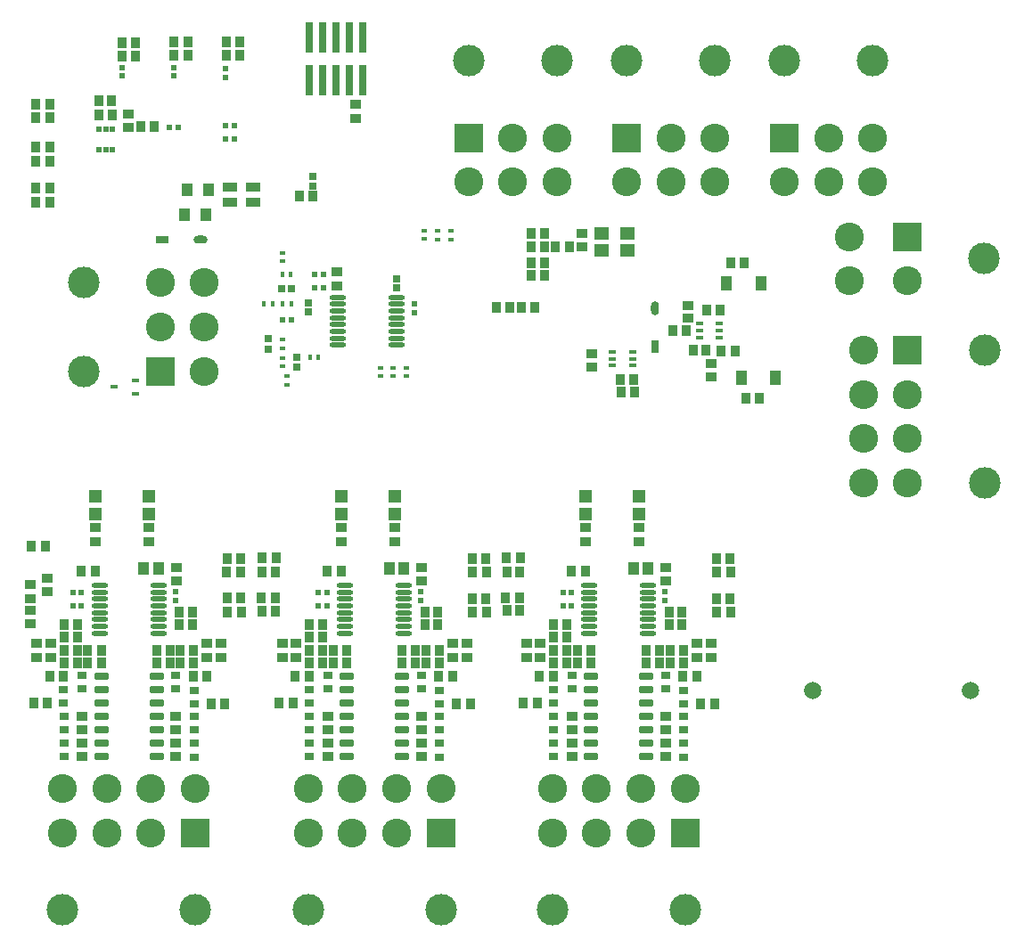
<source format=gbs>
G04*
G04 #@! TF.GenerationSoftware,Altium Limited,Altium Designer,24.4.1 (13)*
G04*
G04 Layer_Color=16711935*
%FSLAX44Y44*%
%MOMM*%
G71*
G04*
G04 #@! TF.SameCoordinates,D7575A33-01EC-4171-9A11-0C774D8D2981*
G04*
G04*
G04 #@! TF.FilePolarity,Negative*
G04*
G01*
G75*
%ADD25R,0.5200X0.5200*%
%ADD27R,0.5200X0.5200*%
%ADD45R,0.8000X0.4000*%
%ADD56R,1.1000X0.9500*%
%ADD57R,0.7000X0.7000*%
%ADD58R,0.9000X1.0000*%
%ADD59R,0.8500X1.0000*%
%ADD60C,2.7500*%
%ADD61R,2.7500X2.7500*%
%ADD62C,3.0000*%
%ADD63R,0.8000X2.9200*%
%ADD64R,2.7500X2.7500*%
%ADD65C,1.6580*%
%ADD66C,2.7534*%
%ADD67R,2.7534X2.7534*%
%ADD68C,2.9972*%
%ADD82R,0.4000X0.5000*%
%ADD85R,0.7000X0.4200*%
%ADD88R,1.3082X0.7621*%
G04:AMPARAMS|DCode=89|XSize=1.3082mm|YSize=0.7621mm|CornerRadius=0.3811mm|HoleSize=0mm|Usage=FLASHONLY|Rotation=0.000|XOffset=0mm|YOffset=0mm|HoleType=Round|Shape=RoundedRectangle|*
%AMROUNDEDRECTD89*
21,1,1.3082,0.0000,0,0,0.0*
21,1,0.5461,0.7621,0,0,0.0*
1,1,0.7621,0.2730,0.0000*
1,1,0.7621,-0.2730,0.0000*
1,1,0.7621,-0.2730,0.0000*
1,1,0.7621,0.2730,0.0000*
%
%ADD89ROUNDEDRECTD89*%
%ADD90R,1.3500X0.9500*%
%ADD91R,1.0000X1.2500*%
%ADD92R,0.5000X0.4000*%
%ADD93R,0.6725X0.7154*%
%ADD94R,0.7154X0.6725*%
%ADD95R,1.4562X1.2546*%
%ADD97R,0.8621X0.7565*%
G04:AMPARAMS|DCode=99|XSize=1.3082mm|YSize=0.7621mm|CornerRadius=0.3811mm|HoleSize=0mm|Usage=FLASHONLY|Rotation=90.000|XOffset=0mm|YOffset=0mm|HoleType=Round|Shape=RoundedRectangle|*
%AMROUNDEDRECTD99*
21,1,1.3082,0.0000,0,0,90.0*
21,1,0.5461,0.7621,0,0,90.0*
1,1,0.7621,0.0000,0.2730*
1,1,0.7621,0.0000,-0.2730*
1,1,0.7621,0.0000,-0.2730*
1,1,0.7621,0.0000,0.2730*
%
%ADD99ROUNDEDRECTD99*%
%ADD100R,0.7621X1.3082*%
%ADD102R,0.5000X0.6000*%
%ADD103R,1.0000X0.9000*%
%ADD104R,0.9500X1.1000*%
%ADD105R,1.0000X0.8500*%
%ADD106O,1.5500X0.5000*%
%ADD107R,1.2000X1.3000*%
%ADD108R,1.1000X1.2000*%
G04:AMPARAMS|DCode=109|XSize=0.7mm|YSize=1.4mm|CornerRadius=0.1245mm|HoleSize=0mm|Usage=FLASHONLY|Rotation=90.000|XOffset=0mm|YOffset=0mm|HoleType=Round|Shape=RoundedRectangle|*
%AMROUNDEDRECTD109*
21,1,0.7000,1.1510,0,0,90.0*
21,1,0.4510,1.4000,0,0,90.0*
1,1,0.2490,0.5755,0.2255*
1,1,0.2490,0.5755,-0.2255*
1,1,0.2490,-0.5755,-0.2255*
1,1,0.2490,-0.5755,0.2255*
%
%ADD109ROUNDEDRECTD109*%
%ADD110R,1.0600X1.3700*%
D25*
X292000Y662500D02*
D03*
X300000D02*
D03*
X207448Y803751D02*
D03*
X215448D02*
D03*
X207448Y816501D02*
D03*
X215448D02*
D03*
X161948Y815001D02*
D03*
X153948D02*
D03*
X535500Y373250D02*
D03*
X527500D02*
D03*
X303500Y360500D02*
D03*
X295500D02*
D03*
X303500Y373250D02*
D03*
X295500D02*
D03*
X70250Y373250D02*
D03*
X62250D02*
D03*
X70250Y360500D02*
D03*
X62250D02*
D03*
X269350Y632000D02*
D03*
X261350D02*
D03*
X535500Y360500D02*
D03*
X527500D02*
D03*
X300000Y675250D02*
D03*
X292000D02*
D03*
D27*
X158250Y863750D02*
D03*
Y871750D02*
D03*
X108750Y863750D02*
D03*
Y871750D02*
D03*
X392500Y373500D02*
D03*
Y365500D02*
D03*
X159250Y373500D02*
D03*
Y365500D02*
D03*
X386500Y639000D02*
D03*
Y647000D02*
D03*
X207448Y870500D02*
D03*
Y862500D02*
D03*
X624500Y373500D02*
D03*
Y365500D02*
D03*
D45*
X593750Y588500D02*
D03*
Y595000D02*
D03*
Y601500D02*
D03*
X574750D02*
D03*
Y595000D02*
D03*
Y588500D02*
D03*
X657250Y615250D02*
D03*
Y621750D02*
D03*
Y628250D02*
D03*
X676250D02*
D03*
Y621750D02*
D03*
Y615250D02*
D03*
D56*
X21500Y380500D02*
D03*
Y367000D02*
D03*
X312750Y677900D02*
D03*
Y664400D02*
D03*
X274250Y310750D02*
D03*
Y324250D02*
D03*
X261000Y310750D02*
D03*
Y324250D02*
D03*
X436087Y310750D02*
D03*
Y324250D02*
D03*
X422837Y310750D02*
D03*
Y324250D02*
D03*
X189587Y310750D02*
D03*
Y324250D02*
D03*
X202837Y310750D02*
D03*
Y324250D02*
D03*
X27750Y310750D02*
D03*
Y324250D02*
D03*
X41000Y310750D02*
D03*
Y324250D02*
D03*
X654837Y310750D02*
D03*
Y324250D02*
D03*
X668087Y310750D02*
D03*
Y324250D02*
D03*
X493000Y310750D02*
D03*
Y324250D02*
D03*
X506250Y310750D02*
D03*
Y324250D02*
D03*
D57*
X285850Y648250D02*
D03*
Y639250D02*
D03*
X369500Y662250D02*
D03*
Y671250D02*
D03*
X290000Y759250D02*
D03*
Y768250D02*
D03*
D58*
X595750Y563000D02*
D03*
X582750D02*
D03*
X497500Y686500D02*
D03*
X510500D02*
D03*
X497500Y713750D02*
D03*
X510500D02*
D03*
X533500Y701250D02*
D03*
X520500D02*
D03*
X501000Y644000D02*
D03*
X488000D02*
D03*
X464500D02*
D03*
X477500D02*
D03*
X277250Y750000D02*
D03*
X290250D02*
D03*
X171250Y883750D02*
D03*
X158250D02*
D03*
X158250Y896250D02*
D03*
X171250D02*
D03*
X273250Y293100D02*
D03*
X286250D02*
D03*
X322250Y306100D02*
D03*
X309250D02*
D03*
X258000Y267850D02*
D03*
X271000D02*
D03*
X322250Y318100D02*
D03*
X309250D02*
D03*
X374750Y318000D02*
D03*
X387750D02*
D03*
X422750Y292850D02*
D03*
X409750D02*
D03*
X374750Y306000D02*
D03*
X387750D02*
D03*
X439500Y266850D02*
D03*
X426500D02*
D03*
X206250Y266850D02*
D03*
X193250D02*
D03*
X141500Y306000D02*
D03*
X154500D02*
D03*
X189500Y292850D02*
D03*
X176500D02*
D03*
X141500Y318000D02*
D03*
X154500D02*
D03*
X89000Y318100D02*
D03*
X76000D02*
D03*
X24750Y267850D02*
D03*
X37750D02*
D03*
X89000Y306100D02*
D03*
X76000D02*
D03*
X40000Y293100D02*
D03*
X53000D02*
D03*
X207500Y896250D02*
D03*
X220500D02*
D03*
X86750Y826750D02*
D03*
X99750D02*
D03*
X220500Y883700D02*
D03*
X207500D02*
D03*
X108750Y882853D02*
D03*
X121750D02*
D03*
X671500Y266850D02*
D03*
X658500D02*
D03*
X606750Y306000D02*
D03*
X619750D02*
D03*
X654750Y292850D02*
D03*
X641750D02*
D03*
X606750Y318000D02*
D03*
X619750D02*
D03*
X554250Y318100D02*
D03*
X541250D02*
D03*
X490000Y267850D02*
D03*
X503000D02*
D03*
X554250Y306100D02*
D03*
X541250D02*
D03*
X505251Y293100D02*
D03*
X518250D02*
D03*
X632000Y621750D02*
D03*
X645000D02*
D03*
X678000Y602500D02*
D03*
X691000D02*
D03*
X664000Y641250D02*
D03*
X677000D02*
D03*
X701250Y557500D02*
D03*
X714250D02*
D03*
X687000Y686500D02*
D03*
X700000D02*
D03*
X40000Y824000D02*
D03*
X27000D02*
D03*
D59*
X139250Y815750D02*
D03*
X126750D02*
D03*
X99000Y840000D02*
D03*
X86500D02*
D03*
X208500Y405250D02*
D03*
X221000D02*
D03*
X595000Y575500D02*
D03*
X582500D02*
D03*
X497750Y701250D02*
D03*
X510250D02*
D03*
X497750Y673962D02*
D03*
X510250D02*
D03*
X299501Y306100D02*
D03*
X287001D02*
D03*
X299501Y318100D02*
D03*
X287001D02*
D03*
X397500Y318000D02*
D03*
X410000D02*
D03*
X397500Y306000D02*
D03*
X410000D02*
D03*
X242000Y392750D02*
D03*
X254500D02*
D03*
X454250Y367000D02*
D03*
X441750D02*
D03*
X396400Y354329D02*
D03*
X408900D02*
D03*
X396400Y342329D02*
D03*
X408900D02*
D03*
X242000Y355000D02*
D03*
X254500D02*
D03*
X454250Y405250D02*
D03*
X441750D02*
D03*
X299501Y330200D02*
D03*
X287001D02*
D03*
X299501Y342200D02*
D03*
X287001D02*
D03*
X66250Y342200D02*
D03*
X53750D02*
D03*
X66250Y330200D02*
D03*
X53750D02*
D03*
X163150Y342330D02*
D03*
X175650D02*
D03*
X163150Y354330D02*
D03*
X175650D02*
D03*
X221000Y367500D02*
D03*
X208500D02*
D03*
X164250Y306000D02*
D03*
X176750D02*
D03*
X164250Y318000D02*
D03*
X176750D02*
D03*
X66250Y318100D02*
D03*
X53750D02*
D03*
X66250Y306100D02*
D03*
X53750D02*
D03*
X121500Y895500D02*
D03*
X109000D02*
D03*
X531500Y342200D02*
D03*
X519001D02*
D03*
X531500Y330200D02*
D03*
X519001D02*
D03*
X686250Y405250D02*
D03*
X673750D02*
D03*
X474250Y355500D02*
D03*
X486750D02*
D03*
X628400Y342330D02*
D03*
X640900D02*
D03*
X628400Y354330D02*
D03*
X640900D02*
D03*
X686250Y367250D02*
D03*
X673750D02*
D03*
X474250Y392750D02*
D03*
X486750D02*
D03*
X629500Y306000D02*
D03*
X642000D02*
D03*
X629500Y318000D02*
D03*
X642000D02*
D03*
X531500Y318100D02*
D03*
X519001D02*
D03*
X531500Y306100D02*
D03*
X519001D02*
D03*
X651250Y603250D02*
D03*
X663750D02*
D03*
D60*
X522000Y763000D02*
D03*
X480000D02*
D03*
X438000D02*
D03*
X522000Y805000D02*
D03*
X480000D02*
D03*
X187000Y667250D02*
D03*
Y625250D02*
D03*
Y583250D02*
D03*
X145000Y667250D02*
D03*
Y625250D02*
D03*
X780000Y805000D02*
D03*
X822000D02*
D03*
X738000Y763000D02*
D03*
X780000D02*
D03*
X822000D02*
D03*
X517500Y186500D02*
D03*
X559500D02*
D03*
X601500D02*
D03*
X643500D02*
D03*
X517500Y144500D02*
D03*
X559500D02*
D03*
X601500D02*
D03*
X813000Y477000D02*
D03*
Y519000D02*
D03*
Y561000D02*
D03*
Y603000D02*
D03*
X855000Y477000D02*
D03*
Y519000D02*
D03*
Y561000D02*
D03*
X52250Y186500D02*
D03*
X94250D02*
D03*
X136250D02*
D03*
X178250D02*
D03*
X52250Y144500D02*
D03*
X94250D02*
D03*
X136250D02*
D03*
X285500Y186500D02*
D03*
X327500D02*
D03*
X369500D02*
D03*
X411500D02*
D03*
X285500Y144500D02*
D03*
X327500D02*
D03*
X369500D02*
D03*
X672000Y763000D02*
D03*
X630000D02*
D03*
X588000D02*
D03*
X672000Y805000D02*
D03*
X630000D02*
D03*
D61*
X438000Y805000D02*
D03*
X738000D02*
D03*
X643500Y144500D02*
D03*
X178250D02*
D03*
X411500Y144500D02*
D03*
X588000Y805000D02*
D03*
D62*
X522000Y878000D02*
D03*
X438000D02*
D03*
X72000Y667250D02*
D03*
Y583250D02*
D03*
X738000Y878000D02*
D03*
X822000D02*
D03*
X517500Y71500D02*
D03*
X643500D02*
D03*
X928000Y477000D02*
D03*
Y603000D02*
D03*
X52250Y71500D02*
D03*
X178250D02*
D03*
X285500Y71500D02*
D03*
X411500D02*
D03*
X672000Y878000D02*
D03*
X588000D02*
D03*
D63*
X286250Y860000D02*
D03*
X298950D02*
D03*
X311650D02*
D03*
X324350D02*
D03*
X337050D02*
D03*
X286250Y900300D02*
D03*
X298950D02*
D03*
X311650D02*
D03*
X324350D02*
D03*
X337050D02*
D03*
D64*
X145000Y583250D02*
D03*
X855000Y603000D02*
D03*
D65*
X765000Y280000D02*
D03*
X915000D02*
D03*
D66*
X799444Y710955D02*
D03*
Y669045D02*
D03*
X854562D02*
D03*
D67*
Y710955D02*
D03*
D68*
X927460Y690000D02*
D03*
D82*
X251747Y647000D02*
D03*
X243748D02*
D03*
X261350Y647000D02*
D03*
X269350D02*
D03*
X295100Y596500D02*
D03*
X287100D02*
D03*
X269059Y675250D02*
D03*
X261059D02*
D03*
D85*
X101500Y568250D02*
D03*
X121500Y561750D02*
D03*
Y574750D02*
D03*
D88*
X146750Y708500D02*
D03*
D89*
X183250D02*
D03*
D90*
X233000Y758500D02*
D03*
Y743500D02*
D03*
X211500Y758500D02*
D03*
Y743500D02*
D03*
D91*
X170750Y755166D02*
D03*
X190750D02*
D03*
X188250Y732167D02*
D03*
X168250D02*
D03*
D92*
X366500Y586250D02*
D03*
Y578250D02*
D03*
X354000Y586250D02*
D03*
Y578250D02*
D03*
X421000Y708250D02*
D03*
Y716250D02*
D03*
X261100Y595500D02*
D03*
Y587500D02*
D03*
X261500Y695750D02*
D03*
Y687750D02*
D03*
X396000Y716750D02*
D03*
Y708750D02*
D03*
X379000Y578250D02*
D03*
Y586250D02*
D03*
X265250Y578250D02*
D03*
Y570250D02*
D03*
X260963Y612959D02*
D03*
Y604959D02*
D03*
X408500Y716250D02*
D03*
Y708250D02*
D03*
D93*
X247350Y604214D02*
D03*
Y613786D02*
D03*
X274600Y586714D02*
D03*
Y596286D02*
D03*
D94*
X260273Y661750D02*
D03*
X269845D02*
D03*
D95*
X564674Y714289D02*
D03*
Y697773D02*
D03*
X589174Y714289D02*
D03*
Y697773D02*
D03*
D97*
X304000Y294109D02*
D03*
Y281092D02*
D03*
X286500Y280858D02*
D03*
Y267841D02*
D03*
X286751Y216841D02*
D03*
Y229858D02*
D03*
Y255358D02*
D03*
Y242341D02*
D03*
X410500Y216591D02*
D03*
Y229608D02*
D03*
X410501Y255250D02*
D03*
Y242233D02*
D03*
X393000Y294109D02*
D03*
Y281092D02*
D03*
X410501Y279859D02*
D03*
Y266842D02*
D03*
X177250Y279858D02*
D03*
Y266841D02*
D03*
X159750Y294109D02*
D03*
Y281091D02*
D03*
X177250Y255250D02*
D03*
Y242233D02*
D03*
Y216591D02*
D03*
Y229608D02*
D03*
X53500Y255359D02*
D03*
Y242341D02*
D03*
Y216842D02*
D03*
Y229858D02*
D03*
X53250Y280859D02*
D03*
Y267842D02*
D03*
X70750Y294109D02*
D03*
Y281091D02*
D03*
X642500Y279859D02*
D03*
Y266842D02*
D03*
X625000Y294109D02*
D03*
Y281092D02*
D03*
X642500Y255250D02*
D03*
Y242233D02*
D03*
Y216591D02*
D03*
Y229608D02*
D03*
X518750Y255359D02*
D03*
Y242341D02*
D03*
Y216842D02*
D03*
Y229859D02*
D03*
X518500Y280859D02*
D03*
Y267842D02*
D03*
X536000Y294109D02*
D03*
Y281092D02*
D03*
D99*
X615000Y642750D02*
D03*
D100*
Y606250D02*
D03*
D102*
X99750Y813000D02*
D03*
X93250D02*
D03*
X86750D02*
D03*
Y793500D02*
D03*
X93250D02*
D03*
X99750D02*
D03*
D103*
X555000Y600000D02*
D03*
Y587000D02*
D03*
X330750Y836500D02*
D03*
Y823500D02*
D03*
X546000Y714250D02*
D03*
Y701250D02*
D03*
X304000Y216849D02*
D03*
Y229850D02*
D03*
Y255350D02*
D03*
Y242349D02*
D03*
X393000Y216849D02*
D03*
Y229850D02*
D03*
X393000Y255250D02*
D03*
Y242250D02*
D03*
X316750Y421250D02*
D03*
Y434250D02*
D03*
X367550Y421250D02*
D03*
Y434250D02*
D03*
X134300Y421250D02*
D03*
Y434250D02*
D03*
X83500Y421250D02*
D03*
Y434250D02*
D03*
X159750Y255250D02*
D03*
Y242250D02*
D03*
Y216850D02*
D03*
Y229850D02*
D03*
X70750Y255350D02*
D03*
Y242350D02*
D03*
Y216850D02*
D03*
Y229850D02*
D03*
X114750Y814750D02*
D03*
Y827750D02*
D03*
X548750Y421250D02*
D03*
Y434250D02*
D03*
X599550Y421250D02*
D03*
Y434250D02*
D03*
X625000Y255250D02*
D03*
Y242250D02*
D03*
Y216850D02*
D03*
Y229850D02*
D03*
X536000Y255350D02*
D03*
Y242350D02*
D03*
Y216850D02*
D03*
Y229850D02*
D03*
X668500Y577500D02*
D03*
Y590500D02*
D03*
D104*
X473250Y367750D02*
D03*
X486750D02*
D03*
X687000Y354500D02*
D03*
X673500D02*
D03*
X687000Y392250D02*
D03*
X673500D02*
D03*
X473500Y405750D02*
D03*
X487000D02*
D03*
X241500D02*
D03*
X255000D02*
D03*
X241250Y368000D02*
D03*
X254750D02*
D03*
X455000Y354500D02*
D03*
X441500D02*
D03*
X455000Y392500D02*
D03*
X441500D02*
D03*
X221500Y392250D02*
D03*
X208000D02*
D03*
X35750Y416500D02*
D03*
X22250D02*
D03*
X222000Y354500D02*
D03*
X208500D02*
D03*
X549000Y393500D02*
D03*
X535500D02*
D03*
X303500Y393500D02*
D03*
X317000D02*
D03*
X70250Y393500D02*
D03*
X83750D02*
D03*
X26500Y757250D02*
D03*
X40000D02*
D03*
X26500Y783000D02*
D03*
X40000D02*
D03*
X26500Y743750D02*
D03*
X40000D02*
D03*
X40000Y796500D02*
D03*
X26500D02*
D03*
X40000Y836500D02*
D03*
X26500D02*
D03*
D105*
X21500Y355500D02*
D03*
Y343000D02*
D03*
X625500Y396250D02*
D03*
Y383750D02*
D03*
X393500Y396250D02*
D03*
Y383750D02*
D03*
X160250Y396250D02*
D03*
Y383750D02*
D03*
X37500Y373750D02*
D03*
Y386250D02*
D03*
X646250Y633250D02*
D03*
Y645750D02*
D03*
D106*
X369500Y653500D02*
D03*
Y647000D02*
D03*
Y640500D02*
D03*
Y634000D02*
D03*
Y627500D02*
D03*
Y621000D02*
D03*
Y614500D02*
D03*
Y608000D02*
D03*
X313500Y653500D02*
D03*
Y647000D02*
D03*
Y640500D02*
D03*
Y634000D02*
D03*
Y627500D02*
D03*
Y621000D02*
D03*
Y614500D02*
D03*
Y608000D02*
D03*
X376500Y379750D02*
D03*
Y373250D02*
D03*
Y366750D02*
D03*
Y360250D02*
D03*
Y353750D02*
D03*
Y347250D02*
D03*
Y340750D02*
D03*
Y334250D02*
D03*
X320500Y379750D02*
D03*
Y373250D02*
D03*
Y366750D02*
D03*
Y360250D02*
D03*
Y353750D02*
D03*
Y347250D02*
D03*
Y340750D02*
D03*
Y334250D02*
D03*
X143250Y379750D02*
D03*
Y373250D02*
D03*
Y366750D02*
D03*
Y360250D02*
D03*
Y353750D02*
D03*
Y347250D02*
D03*
Y340750D02*
D03*
Y334250D02*
D03*
X87250Y379750D02*
D03*
Y373250D02*
D03*
Y366750D02*
D03*
Y360250D02*
D03*
Y353750D02*
D03*
Y347250D02*
D03*
Y340750D02*
D03*
Y334250D02*
D03*
X608500Y379750D02*
D03*
Y373250D02*
D03*
Y366750D02*
D03*
Y360250D02*
D03*
Y353750D02*
D03*
Y347250D02*
D03*
Y340750D02*
D03*
Y334250D02*
D03*
X552500Y379750D02*
D03*
Y373250D02*
D03*
Y366750D02*
D03*
Y360250D02*
D03*
Y353750D02*
D03*
Y347250D02*
D03*
Y340750D02*
D03*
Y334250D02*
D03*
D107*
X599500Y447000D02*
D03*
Y464000D02*
D03*
X548750D02*
D03*
Y447000D02*
D03*
X316750Y464000D02*
D03*
Y447000D02*
D03*
X367500Y464000D02*
D03*
Y447000D02*
D03*
X83500Y464000D02*
D03*
Y447000D02*
D03*
X134250Y464000D02*
D03*
Y447000D02*
D03*
D108*
X594750Y395500D02*
D03*
X608750D02*
D03*
X362750Y395500D02*
D03*
X376750D02*
D03*
X129500Y395500D02*
D03*
X143500D02*
D03*
D109*
X374750Y293350D02*
D03*
Y280650D02*
D03*
Y267950D02*
D03*
Y255250D02*
D03*
Y242550D02*
D03*
Y229850D02*
D03*
Y217150D02*
D03*
X322250Y293350D02*
D03*
Y280650D02*
D03*
Y267950D02*
D03*
Y255250D02*
D03*
Y242550D02*
D03*
Y229850D02*
D03*
Y217150D02*
D03*
X141500Y293350D02*
D03*
Y280650D02*
D03*
Y267950D02*
D03*
Y255250D02*
D03*
Y242550D02*
D03*
Y229850D02*
D03*
Y217150D02*
D03*
X89000Y293350D02*
D03*
Y280650D02*
D03*
Y267950D02*
D03*
Y255250D02*
D03*
Y242550D02*
D03*
Y229850D02*
D03*
Y217150D02*
D03*
X606750Y293350D02*
D03*
Y280650D02*
D03*
Y267950D02*
D03*
Y255250D02*
D03*
Y242550D02*
D03*
Y229850D02*
D03*
Y217150D02*
D03*
X554250Y293350D02*
D03*
Y280650D02*
D03*
Y267950D02*
D03*
Y255250D02*
D03*
Y242550D02*
D03*
Y229850D02*
D03*
Y217150D02*
D03*
D110*
X696937Y577250D02*
D03*
X729637D02*
D03*
X683000Y666500D02*
D03*
X715700D02*
D03*
M02*

</source>
